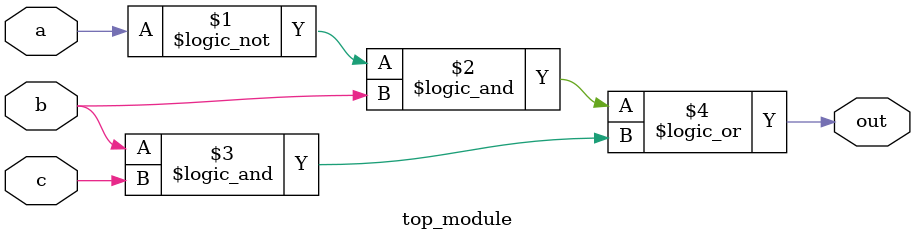
<source format=sv>
module top_module(
    input a,
    input b,
    input c,
    output out
);

    // Implementing the Karnaugh map
    assign out = (!a && b) || (b && c);

endmodule

</source>
